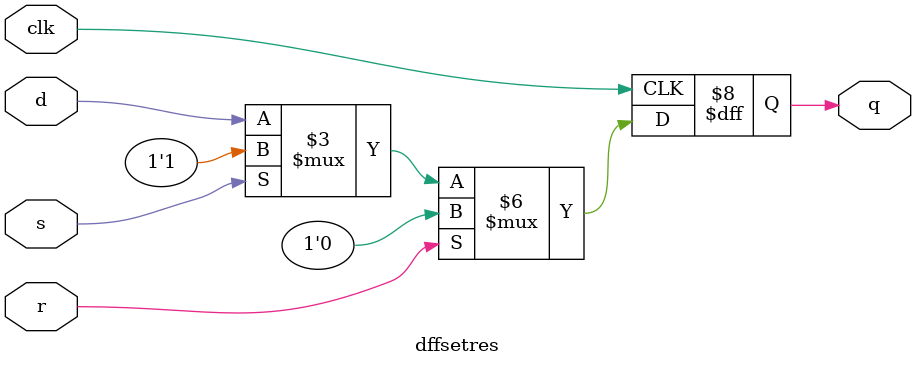
<source format=v>
`timescale 1ns / 1ps


module dffsetres(
input d,
input r,
input s,
input clk,
output reg q
    );
always@(posedge clk)
begin
if(r)
q<=1'b0;
else if(s)
q<=1'b1;
else
q<=d;
end
endmodule

</source>
